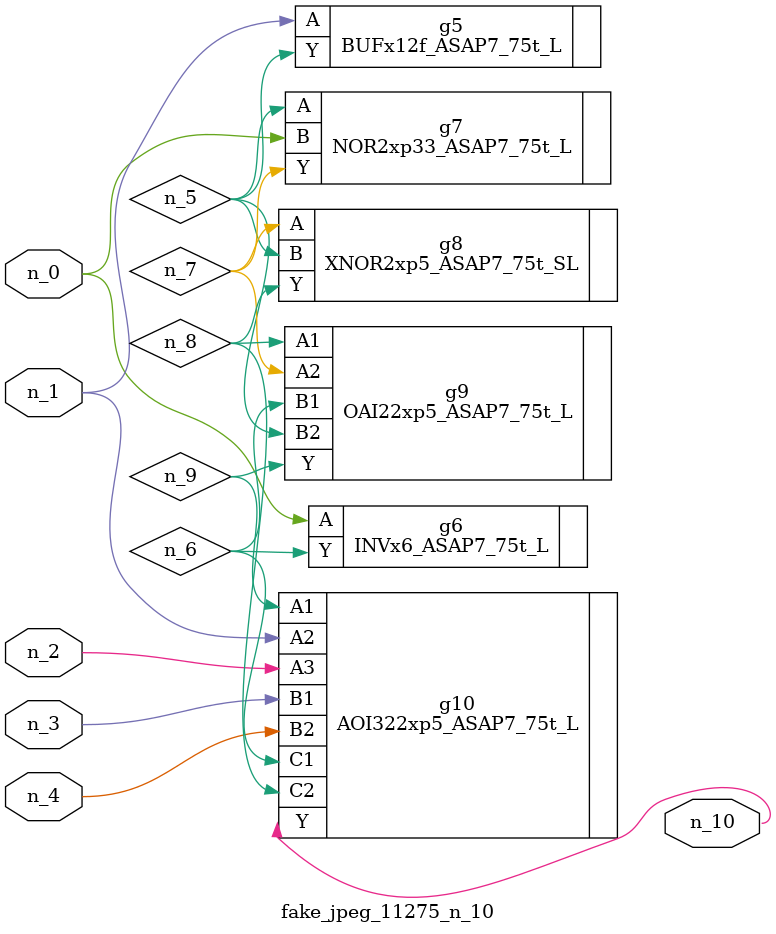
<source format=v>
module fake_jpeg_11275_n_10 (n_3, n_2, n_1, n_0, n_4, n_10);

input n_3;
input n_2;
input n_1;
input n_0;
input n_4;

output n_10;

wire n_8;
wire n_9;
wire n_6;
wire n_5;
wire n_7;

BUFx12f_ASAP7_75t_L g5 ( 
.A(n_1),
.Y(n_5)
);

INVx6_ASAP7_75t_L g6 ( 
.A(n_0),
.Y(n_6)
);

NOR2xp33_ASAP7_75t_L g7 ( 
.A(n_5),
.B(n_0),
.Y(n_7)
);

XNOR2xp5_ASAP7_75t_SL g8 ( 
.A(n_7),
.B(n_5),
.Y(n_8)
);

OAI22xp5_ASAP7_75t_L g9 ( 
.A1(n_8),
.A2(n_7),
.B1(n_6),
.B2(n_5),
.Y(n_9)
);

AOI322xp5_ASAP7_75t_L g10 ( 
.A1(n_9),
.A2(n_1),
.A3(n_2),
.B1(n_3),
.B2(n_4),
.C1(n_6),
.C2(n_8),
.Y(n_10)
);


endmodule
</source>
